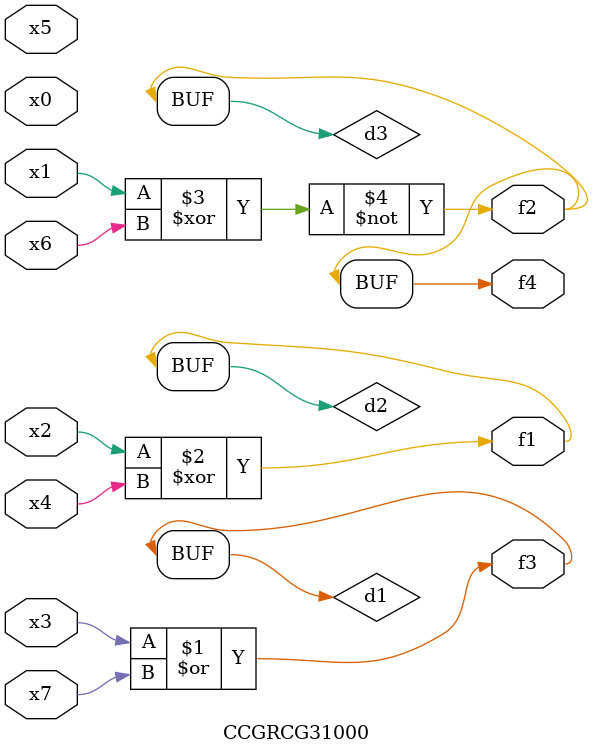
<source format=v>
module CCGRCG31000(
	input x0, x1, x2, x3, x4, x5, x6, x7,
	output f1, f2, f3, f4
);

	wire d1, d2, d3;

	or (d1, x3, x7);
	xor (d2, x2, x4);
	xnor (d3, x1, x6);
	assign f1 = d2;
	assign f2 = d3;
	assign f3 = d1;
	assign f4 = d3;
endmodule

</source>
